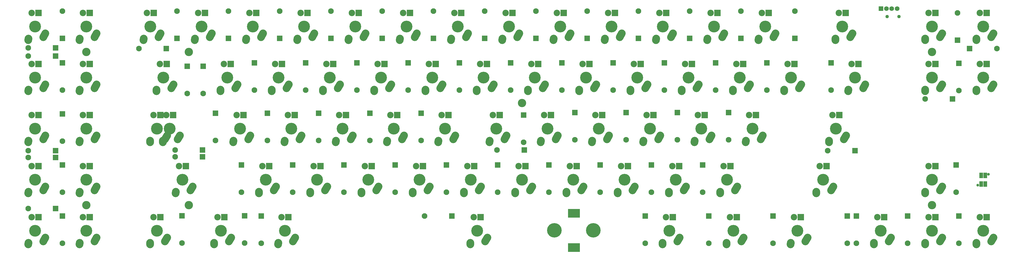
<source format=gts>
G04 #@! TF.FileFunction,Soldermask,Top*
%FSLAX46Y46*%
G04 Gerber Fmt 4.6, Leading zero omitted, Abs format (unit mm)*
G04 Created by KiCad (PCBNEW 4.0.3-stable) date Saturday, August 27, 2016 'PMt' 08:14:25 PM*
%MOMM*%
%LPD*%
G01*
G04 APERTURE LIST*
%ADD10C,0.150000*%
%ADD11C,3.100000*%
%ADD12C,2.099260*%
%ADD13R,2.099260X2.099260*%
%ADD14R,4.400000X3.200000*%
%ADD15C,5.400000*%
%ADD16C,4.387810*%
%ADD17C,2.900000*%
%ADD18R,2.400000X2.400000*%
%ADD19C,2.400000*%
%ADD20C,1.299160*%
%ADD21R,1.400000X2.000000*%
%ADD22C,1.009600*%
%ADD23R,1.750000X1.750000*%
%ADD24C,1.750000*%
G04 APERTURE END LIST*
D10*
D11*
X95250000Y-38100000D03*
X95250000Y-95250000D03*
D12*
X219712540Y-71755000D03*
D13*
X219712540Y-61595000D03*
D14*
X238379000Y-98248000D03*
X238379000Y-111048000D03*
D15*
X245618000Y-104648000D03*
X231140000Y-104648000D03*
D16*
X83343750Y-66675000D03*
D17*
X86343297Y-70674954D02*
X87154203Y-69215046D01*
X80804026Y-71754328D02*
X80843474Y-71175672D01*
D18*
X84613750Y-61595000D03*
D19*
X82073750Y-61595000D03*
D11*
X219075000Y-57150000D03*
X371475000Y-95250000D03*
X371475000Y-38100000D03*
X57150000Y-95250000D03*
D12*
X90805000Y-22860000D03*
D13*
X90805000Y-33020000D03*
D12*
X381508000Y-109474000D03*
D13*
X381508000Y-99314000D03*
D12*
X35559480Y-36578540D03*
D13*
X45719480Y-36578540D03*
D12*
X48260000Y-22860000D03*
D13*
X48260000Y-33020000D03*
D12*
X76707480Y-36832540D03*
D13*
X86867480Y-36832540D03*
D12*
X109982000Y-22860000D03*
D13*
X109982000Y-33020000D03*
D12*
X129032000Y-22860000D03*
D13*
X129032000Y-33020000D03*
D12*
X148082000Y-22860000D03*
D13*
X148082000Y-33020000D03*
D12*
X167132000Y-22860000D03*
D13*
X167132000Y-33020000D03*
D12*
X186182000Y-22860000D03*
D13*
X186182000Y-33020000D03*
D12*
X205232000Y-22860000D03*
D13*
X205232000Y-33020000D03*
D12*
X224282000Y-22860000D03*
D13*
X224282000Y-33020000D03*
D12*
X243332000Y-22860000D03*
D13*
X243332000Y-33020000D03*
D12*
X262382000Y-22860000D03*
D13*
X262382000Y-33020000D03*
D12*
X281432000Y-22860000D03*
D13*
X281432000Y-33020000D03*
D12*
X300482000Y-22860000D03*
D13*
X300482000Y-33020000D03*
D12*
X320500000Y-22860000D03*
D13*
X320500000Y-33020000D03*
D12*
X380994920Y-23495000D03*
D13*
X380994920Y-33655000D03*
D12*
X395605000Y-36830000D03*
D13*
X385445000Y-36830000D03*
D12*
X35559480Y-39626540D03*
D13*
X45719480Y-39626540D03*
D12*
X48262540Y-52324520D03*
D13*
X48262540Y-42164520D03*
D12*
X94615000Y-53594000D03*
D13*
X94615000Y-43434000D03*
D12*
X100586540Y-53594000D03*
D13*
X100586540Y-43434000D03*
D12*
X119636540Y-52324520D03*
D13*
X119636540Y-42164520D03*
D12*
X138686540Y-52324520D03*
D13*
X138686540Y-42164520D03*
D12*
X157736540Y-52324520D03*
D13*
X157736540Y-42164520D03*
D12*
X176786540Y-52324520D03*
D13*
X176786540Y-42164520D03*
D12*
X195836540Y-52324520D03*
D13*
X195836540Y-42164520D03*
D12*
X214886540Y-52324520D03*
D13*
X214886540Y-42164520D03*
D12*
X233936540Y-52324520D03*
D13*
X233936540Y-42164520D03*
D12*
X252986540Y-52324520D03*
D13*
X252986540Y-42164520D03*
D12*
X272036540Y-52324520D03*
D13*
X272036540Y-42164520D03*
D12*
X291086540Y-52324520D03*
D13*
X291086540Y-42164520D03*
D12*
X310136540Y-52324520D03*
D13*
X310136540Y-42164520D03*
D12*
X334012540Y-52324520D03*
D13*
X334012540Y-42164520D03*
D12*
X368935000Y-55626000D03*
D13*
X379095000Y-55626000D03*
D12*
X381508000Y-52415000D03*
D13*
X381508000Y-42255000D03*
D12*
X35559480Y-74932540D03*
D13*
X45719480Y-74932540D03*
D12*
X48262540Y-71374520D03*
D13*
X48262540Y-61214520D03*
D12*
X90170000Y-74676000D03*
D13*
X100330000Y-74676000D03*
D12*
X105158540Y-71120520D03*
D13*
X105158540Y-60960520D03*
D12*
X124462540Y-71120520D03*
D13*
X124462540Y-60960520D03*
D12*
X143512540Y-71120520D03*
D13*
X143512540Y-60960520D03*
D12*
X162562540Y-71120520D03*
D13*
X162562540Y-60960520D03*
D12*
X181612540Y-71120520D03*
D13*
X181612540Y-60960520D03*
D12*
X209804000Y-74676000D03*
D13*
X219964000Y-74676000D03*
D12*
X238762540Y-70866520D03*
D13*
X238762540Y-60706520D03*
D12*
X257812540Y-70866520D03*
D13*
X257812540Y-60706520D03*
D12*
X276862540Y-70866520D03*
D13*
X276862540Y-60706520D03*
D12*
X295912540Y-70866520D03*
D13*
X295912540Y-60706520D03*
D12*
X332740000Y-74930000D03*
D13*
X342900000Y-74930000D03*
D12*
X35559480Y-77472540D03*
D13*
X45719480Y-77472540D03*
D12*
X48262540Y-90424520D03*
D13*
X48262540Y-80264520D03*
D12*
X90170000Y-77216000D03*
D13*
X100330000Y-77216000D03*
D12*
X114810540Y-90424520D03*
D13*
X114810540Y-80264520D03*
D12*
X133860540Y-90424520D03*
D13*
X133860540Y-80264520D03*
D12*
X152910540Y-90424520D03*
D13*
X152910540Y-80264520D03*
D12*
X171960540Y-90424520D03*
D13*
X171960540Y-80264520D03*
D12*
X191010540Y-90424520D03*
D13*
X191010540Y-80264520D03*
D12*
X210060540Y-90424520D03*
D13*
X210060540Y-80264520D03*
D12*
X229110540Y-90424520D03*
D13*
X229110540Y-80264520D03*
D12*
X248160540Y-90424520D03*
D13*
X248160540Y-80264520D03*
D12*
X267210540Y-90424520D03*
D13*
X267210540Y-80264520D03*
D12*
X286260540Y-90424520D03*
D13*
X286260540Y-80264520D03*
D12*
X340000000Y-109474520D03*
D13*
X340000000Y-99314520D03*
D12*
X380494540Y-90424520D03*
D13*
X380494540Y-80264520D03*
D12*
X35559480Y-96522540D03*
D13*
X45719480Y-96522540D03*
D12*
X48262540Y-109474520D03*
D13*
X48262540Y-99314520D03*
D12*
X92712540Y-109347000D03*
D13*
X92712540Y-99187000D03*
D12*
X115951000Y-109347000D03*
D13*
X115951000Y-99187000D03*
D12*
X122176540Y-109474520D03*
D13*
X122176540Y-99314520D03*
D12*
X182880000Y-99314000D03*
D13*
X193040000Y-99314000D03*
D12*
X264924540Y-109474520D03*
D13*
X264924540Y-99314520D03*
D12*
X288546540Y-109474520D03*
D13*
X288546540Y-99314520D03*
D12*
X312422540Y-109474520D03*
D13*
X312422540Y-99314520D03*
D12*
X343410540Y-109474520D03*
D13*
X343410540Y-99314520D03*
D12*
X362460540Y-109474520D03*
D13*
X362460540Y-99314520D03*
D16*
X330993750Y-85725000D03*
D17*
X333993297Y-89724954D02*
X334804203Y-88265046D01*
X328454026Y-90804328D02*
X328493474Y-90225672D01*
D18*
X332263750Y-80645000D03*
D19*
X329723750Y-80645000D03*
D16*
X390525000Y-104775000D03*
D17*
X393524547Y-108774954D02*
X394335453Y-107315046D01*
X387985276Y-109854328D02*
X388024724Y-109275672D01*
D18*
X391795000Y-99695000D03*
D19*
X389255000Y-99695000D03*
D16*
X371475000Y-104775000D03*
D17*
X374474547Y-108774954D02*
X375285453Y-107315046D01*
X368935276Y-109854328D02*
X368974724Y-109275672D01*
D18*
X372745000Y-99695000D03*
D19*
X370205000Y-99695000D03*
D16*
X352425000Y-104775000D03*
D17*
X355424547Y-108774954D02*
X356235453Y-107315046D01*
X349885276Y-109854328D02*
X349924724Y-109275672D01*
D18*
X353695000Y-99695000D03*
D19*
X351155000Y-99695000D03*
D16*
X321468750Y-104775000D03*
D17*
X324468297Y-108774954D02*
X325279203Y-107315046D01*
X318929026Y-109854328D02*
X318968474Y-109275672D01*
D18*
X322738750Y-99695000D03*
D19*
X320198750Y-99695000D03*
D16*
X297656250Y-104775000D03*
D17*
X300655797Y-108774954D02*
X301466703Y-107315046D01*
X295116526Y-109854328D02*
X295155974Y-109275672D01*
D18*
X298926250Y-99695000D03*
D19*
X296386250Y-99695000D03*
D16*
X273843750Y-104775000D03*
D17*
X276843297Y-108774954D02*
X277654203Y-107315046D01*
X271304026Y-109854328D02*
X271343474Y-109275672D01*
D18*
X275113750Y-99695000D03*
D19*
X272573750Y-99695000D03*
D16*
X202406250Y-104775000D03*
D17*
X205405797Y-108774954D02*
X206216703Y-107315046D01*
X199866526Y-109854328D02*
X199905974Y-109275672D01*
D18*
X203676250Y-99695000D03*
D19*
X201136250Y-99695000D03*
D16*
X130968750Y-104775000D03*
D17*
X133968297Y-108774954D02*
X134779203Y-107315046D01*
X128429026Y-109854328D02*
X128468474Y-109275672D01*
D18*
X132238750Y-99695000D03*
D19*
X129698750Y-99695000D03*
D16*
X107156250Y-104775000D03*
D17*
X110155797Y-108774954D02*
X110966703Y-107315046D01*
X104616526Y-109854328D02*
X104655974Y-109275672D01*
D18*
X108426250Y-99695000D03*
D19*
X105886250Y-99695000D03*
D16*
X83343750Y-104775000D03*
D17*
X86343297Y-108774954D02*
X87154203Y-107315046D01*
X80804026Y-109854328D02*
X80843474Y-109275672D01*
D18*
X84613750Y-99695000D03*
D19*
X82073750Y-99695000D03*
D16*
X57150000Y-104775000D03*
D17*
X60149547Y-108774954D02*
X60960453Y-107315046D01*
X54610276Y-109854328D02*
X54649724Y-109275672D01*
D18*
X58420000Y-99695000D03*
D19*
X55880000Y-99695000D03*
D16*
X38100000Y-104775000D03*
D17*
X41099547Y-108774954D02*
X41910453Y-107315046D01*
X35560276Y-109854328D02*
X35599724Y-109275672D01*
D18*
X39370000Y-99695000D03*
D19*
X36830000Y-99695000D03*
D16*
X371475000Y-85725000D03*
D17*
X374474547Y-89724954D02*
X375285453Y-88265046D01*
X368935276Y-90804328D02*
X368974724Y-90225672D01*
D18*
X372745000Y-80645000D03*
D19*
X370205000Y-80645000D03*
D16*
X295275000Y-85725000D03*
D17*
X298274547Y-89724954D02*
X299085453Y-88265046D01*
X292735276Y-90804328D02*
X292774724Y-90225672D01*
D18*
X296545000Y-80645000D03*
D19*
X294005000Y-80645000D03*
D16*
X276225000Y-85725000D03*
D17*
X279224547Y-89724954D02*
X280035453Y-88265046D01*
X273685276Y-90804328D02*
X273724724Y-90225672D01*
D18*
X277495000Y-80645000D03*
D19*
X274955000Y-80645000D03*
D16*
X257175000Y-85725000D03*
D17*
X260174547Y-89724954D02*
X260985453Y-88265046D01*
X254635276Y-90804328D02*
X254674724Y-90225672D01*
D18*
X258445000Y-80645000D03*
D19*
X255905000Y-80645000D03*
D16*
X238125000Y-85725000D03*
D17*
X241124547Y-89724954D02*
X241935453Y-88265046D01*
X235585276Y-90804328D02*
X235624724Y-90225672D01*
D18*
X239395000Y-80645000D03*
D19*
X236855000Y-80645000D03*
D16*
X219075000Y-85725000D03*
D17*
X222074547Y-89724954D02*
X222885453Y-88265046D01*
X216535276Y-90804328D02*
X216574724Y-90225672D01*
D18*
X220345000Y-80645000D03*
D19*
X217805000Y-80645000D03*
D16*
X200025000Y-85725000D03*
D17*
X203024547Y-89724954D02*
X203835453Y-88265046D01*
X197485276Y-90804328D02*
X197524724Y-90225672D01*
D18*
X201295000Y-80645000D03*
D19*
X198755000Y-80645000D03*
D16*
X180975000Y-85725000D03*
D17*
X183974547Y-89724954D02*
X184785453Y-88265046D01*
X178435276Y-90804328D02*
X178474724Y-90225672D01*
D18*
X182245000Y-80645000D03*
D19*
X179705000Y-80645000D03*
D16*
X161925000Y-85725000D03*
D17*
X164924547Y-89724954D02*
X165735453Y-88265046D01*
X159385276Y-90804328D02*
X159424724Y-90225672D01*
D18*
X163195000Y-80645000D03*
D19*
X160655000Y-80645000D03*
D16*
X142875000Y-85725000D03*
D17*
X145874547Y-89724954D02*
X146685453Y-88265046D01*
X140335276Y-90804328D02*
X140374724Y-90225672D01*
D18*
X144145000Y-80645000D03*
D19*
X141605000Y-80645000D03*
D16*
X123825000Y-85725000D03*
D17*
X126824547Y-89724954D02*
X127635453Y-88265046D01*
X121285276Y-90804328D02*
X121324724Y-90225672D01*
D18*
X125095000Y-80645000D03*
D19*
X122555000Y-80645000D03*
D16*
X92868750Y-85725000D03*
D17*
X95868297Y-89724954D02*
X96679203Y-88265046D01*
X90329026Y-90804328D02*
X90368474Y-90225672D01*
D18*
X94138750Y-80645000D03*
D19*
X91598750Y-80645000D03*
D16*
X57150000Y-85725000D03*
D17*
X60149547Y-89724954D02*
X60960453Y-88265046D01*
X54610276Y-90804328D02*
X54649724Y-90225672D01*
D18*
X58420000Y-80645000D03*
D19*
X55880000Y-80645000D03*
D16*
X38100000Y-85725000D03*
D17*
X41099547Y-89724954D02*
X41910453Y-88265046D01*
X35560276Y-90804328D02*
X35599724Y-90225672D01*
D18*
X39370000Y-80645000D03*
D19*
X36830000Y-80645000D03*
D16*
X335756250Y-66675000D03*
D17*
X338755797Y-70674954D02*
X339566703Y-69215046D01*
X333216526Y-71754328D02*
X333255974Y-71175672D01*
D18*
X337026250Y-61595000D03*
D19*
X334486250Y-61595000D03*
D16*
X304800000Y-66675000D03*
D17*
X307799547Y-70674954D02*
X308610453Y-69215046D01*
X302260276Y-71754328D02*
X302299724Y-71175672D01*
D18*
X306070000Y-61595000D03*
D19*
X303530000Y-61595000D03*
D16*
X285750000Y-66675000D03*
D17*
X288749547Y-70674954D02*
X289560453Y-69215046D01*
X283210276Y-71754328D02*
X283249724Y-71175672D01*
D18*
X287020000Y-61595000D03*
D19*
X284480000Y-61595000D03*
D16*
X266700000Y-66675000D03*
D17*
X269699547Y-70674954D02*
X270510453Y-69215046D01*
X264160276Y-71754328D02*
X264199724Y-71175672D01*
D18*
X267970000Y-61595000D03*
D19*
X265430000Y-61595000D03*
D16*
X247650000Y-66675000D03*
D17*
X250649547Y-70674954D02*
X251460453Y-69215046D01*
X245110276Y-71754328D02*
X245149724Y-71175672D01*
D18*
X248920000Y-61595000D03*
D19*
X246380000Y-61595000D03*
D16*
X228600000Y-66675000D03*
D17*
X231599547Y-70674954D02*
X232410453Y-69215046D01*
X226060276Y-71754328D02*
X226099724Y-71175672D01*
D18*
X229870000Y-61595000D03*
D19*
X227330000Y-61595000D03*
D16*
X209550000Y-66675000D03*
D17*
X212549547Y-70674954D02*
X213360453Y-69215046D01*
X207010276Y-71754328D02*
X207049724Y-71175672D01*
D18*
X210820000Y-61595000D03*
D19*
X208280000Y-61595000D03*
D16*
X190500000Y-66675000D03*
D17*
X193499547Y-70674954D02*
X194310453Y-69215046D01*
X187960276Y-71754328D02*
X187999724Y-71175672D01*
D18*
X191770000Y-61595000D03*
D19*
X189230000Y-61595000D03*
D16*
X171450000Y-66675000D03*
D17*
X174449547Y-70674954D02*
X175260453Y-69215046D01*
X168910276Y-71754328D02*
X168949724Y-71175672D01*
D18*
X172720000Y-61595000D03*
D19*
X170180000Y-61595000D03*
D16*
X152400000Y-66675000D03*
D17*
X155399547Y-70674954D02*
X156210453Y-69215046D01*
X149860276Y-71754328D02*
X149899724Y-71175672D01*
D18*
X153670000Y-61595000D03*
D19*
X151130000Y-61595000D03*
D16*
X133350000Y-66675000D03*
D17*
X136349547Y-70674954D02*
X137160453Y-69215046D01*
X130810276Y-71754328D02*
X130849724Y-71175672D01*
D18*
X134620000Y-61595000D03*
D19*
X132080000Y-61595000D03*
D16*
X114300000Y-66675000D03*
D17*
X117299547Y-70674954D02*
X118110453Y-69215046D01*
X111760276Y-71754328D02*
X111799724Y-71175672D01*
D18*
X115570000Y-61595000D03*
D19*
X113030000Y-61595000D03*
D16*
X88106250Y-66675000D03*
D17*
X91105797Y-70674954D02*
X91916703Y-69215046D01*
X85566526Y-71754328D02*
X85605974Y-71175672D01*
D18*
X89376250Y-61595000D03*
D19*
X86836250Y-61595000D03*
D16*
X57150000Y-66675000D03*
D17*
X60149547Y-70674954D02*
X60960453Y-69215046D01*
X54610276Y-71754328D02*
X54649724Y-71175672D01*
D18*
X58420000Y-61595000D03*
D19*
X55880000Y-61595000D03*
D16*
X38100000Y-66675000D03*
D17*
X41099547Y-70674954D02*
X41910453Y-69215046D01*
X35560276Y-71754328D02*
X35599724Y-71175672D01*
D18*
X39370000Y-61595000D03*
D19*
X36830000Y-61595000D03*
D16*
X390525000Y-47625000D03*
D17*
X393524547Y-51624954D02*
X394335453Y-50165046D01*
X387985276Y-52704328D02*
X388024724Y-52125672D01*
D18*
X391795000Y-42545000D03*
D19*
X389255000Y-42545000D03*
D16*
X371475000Y-47625000D03*
D17*
X374474547Y-51624954D02*
X375285453Y-50165046D01*
X368935276Y-52704328D02*
X368974724Y-52125672D01*
D18*
X372745000Y-42545000D03*
D19*
X370205000Y-42545000D03*
D16*
X342900000Y-47625000D03*
D17*
X345899547Y-51624954D02*
X346710453Y-50165046D01*
X340360276Y-52704328D02*
X340399724Y-52125672D01*
D18*
X344170000Y-42545000D03*
D19*
X341630000Y-42545000D03*
D16*
X319087500Y-47625000D03*
D17*
X322087047Y-51624954D02*
X322897953Y-50165046D01*
X316547776Y-52704328D02*
X316587224Y-52125672D01*
D18*
X320357500Y-42545000D03*
D19*
X317817500Y-42545000D03*
D16*
X300037500Y-47625000D03*
D17*
X303037047Y-51624954D02*
X303847953Y-50165046D01*
X297497776Y-52704328D02*
X297537224Y-52125672D01*
D18*
X301307500Y-42545000D03*
D19*
X298767500Y-42545000D03*
D16*
X280987500Y-47625000D03*
D17*
X283987047Y-51624954D02*
X284797953Y-50165046D01*
X278447776Y-52704328D02*
X278487224Y-52125672D01*
D18*
X282257500Y-42545000D03*
D19*
X279717500Y-42545000D03*
D16*
X261937500Y-47625000D03*
D17*
X264937047Y-51624954D02*
X265747953Y-50165046D01*
X259397776Y-52704328D02*
X259437224Y-52125672D01*
D18*
X263207500Y-42545000D03*
D19*
X260667500Y-42545000D03*
D16*
X242887500Y-47625000D03*
D17*
X245887047Y-51624954D02*
X246697953Y-50165046D01*
X240347776Y-52704328D02*
X240387224Y-52125672D01*
D18*
X244157500Y-42545000D03*
D19*
X241617500Y-42545000D03*
D16*
X223837500Y-47625000D03*
D17*
X226837047Y-51624954D02*
X227647953Y-50165046D01*
X221297776Y-52704328D02*
X221337224Y-52125672D01*
D18*
X225107500Y-42545000D03*
D19*
X222567500Y-42545000D03*
D16*
X204787500Y-47625000D03*
D17*
X207787047Y-51624954D02*
X208597953Y-50165046D01*
X202247776Y-52704328D02*
X202287224Y-52125672D01*
D18*
X206057500Y-42545000D03*
D19*
X203517500Y-42545000D03*
D16*
X185737500Y-47625000D03*
D17*
X188737047Y-51624954D02*
X189547953Y-50165046D01*
X183197776Y-52704328D02*
X183237224Y-52125672D01*
D18*
X187007500Y-42545000D03*
D19*
X184467500Y-42545000D03*
D16*
X166687500Y-47625000D03*
D17*
X169687047Y-51624954D02*
X170497953Y-50165046D01*
X164147776Y-52704328D02*
X164187224Y-52125672D01*
D18*
X167957500Y-42545000D03*
D19*
X165417500Y-42545000D03*
D16*
X147637500Y-47625000D03*
D17*
X150637047Y-51624954D02*
X151447953Y-50165046D01*
X145097776Y-52704328D02*
X145137224Y-52125672D01*
D18*
X148907500Y-42545000D03*
D19*
X146367500Y-42545000D03*
D16*
X128587500Y-47625000D03*
D17*
X131587047Y-51624954D02*
X132397953Y-50165046D01*
X126047776Y-52704328D02*
X126087224Y-52125672D01*
D18*
X129857500Y-42545000D03*
D19*
X127317500Y-42545000D03*
D16*
X109537500Y-47625000D03*
D17*
X112537047Y-51624954D02*
X113347953Y-50165046D01*
X106997776Y-52704328D02*
X107037224Y-52125672D01*
D18*
X110807500Y-42545000D03*
D19*
X108267500Y-42545000D03*
D16*
X85725000Y-47625000D03*
D17*
X88724547Y-51624954D02*
X89535453Y-50165046D01*
X83185276Y-52704328D02*
X83224724Y-52125672D01*
D18*
X86995000Y-42545000D03*
D19*
X84455000Y-42545000D03*
D16*
X57150000Y-47625000D03*
D17*
X60149547Y-51624954D02*
X60960453Y-50165046D01*
X54610276Y-52704328D02*
X54649724Y-52125672D01*
D18*
X58420000Y-42545000D03*
D19*
X55880000Y-42545000D03*
D16*
X38100000Y-47625000D03*
D17*
X41099547Y-51624954D02*
X41910453Y-50165046D01*
X35560276Y-52704328D02*
X35599724Y-52125672D01*
D18*
X39370000Y-42545000D03*
D19*
X36830000Y-42545000D03*
D16*
X390525000Y-28575000D03*
D17*
X393524547Y-32574954D02*
X394335453Y-31115046D01*
X387985276Y-33654328D02*
X388024724Y-33075672D01*
D18*
X391795000Y-23495000D03*
D19*
X389255000Y-23495000D03*
D16*
X371475000Y-28575000D03*
D17*
X374474547Y-32574954D02*
X375285453Y-31115046D01*
X368935276Y-33654328D02*
X368974724Y-33075672D01*
D18*
X372745000Y-23495000D03*
D19*
X370205000Y-23495000D03*
D16*
X338137500Y-28575000D03*
D17*
X341137047Y-32574954D02*
X341947953Y-31115046D01*
X335597776Y-33654328D02*
X335637224Y-33075672D01*
D18*
X339407500Y-23495000D03*
D19*
X336867500Y-23495000D03*
D16*
X309562500Y-28575000D03*
D17*
X312562047Y-32574954D02*
X313372953Y-31115046D01*
X307022776Y-33654328D02*
X307062224Y-33075672D01*
D18*
X310832500Y-23495000D03*
D19*
X308292500Y-23495000D03*
D16*
X290512500Y-28575000D03*
D17*
X293512047Y-32574954D02*
X294322953Y-31115046D01*
X287972776Y-33654328D02*
X288012224Y-33075672D01*
D18*
X291782500Y-23495000D03*
D19*
X289242500Y-23495000D03*
D16*
X271462500Y-28575000D03*
D17*
X274462047Y-32574954D02*
X275272953Y-31115046D01*
X268922776Y-33654328D02*
X268962224Y-33075672D01*
D18*
X272732500Y-23495000D03*
D19*
X270192500Y-23495000D03*
D16*
X252412500Y-28575000D03*
D17*
X255412047Y-32574954D02*
X256222953Y-31115046D01*
X249872776Y-33654328D02*
X249912224Y-33075672D01*
D18*
X253682500Y-23495000D03*
D19*
X251142500Y-23495000D03*
D16*
X233362500Y-28575000D03*
D17*
X236362047Y-32574954D02*
X237172953Y-31115046D01*
X230822776Y-33654328D02*
X230862224Y-33075672D01*
D18*
X234632500Y-23495000D03*
D19*
X232092500Y-23495000D03*
D16*
X214312500Y-28575000D03*
D17*
X217312047Y-32574954D02*
X218122953Y-31115046D01*
X211772776Y-33654328D02*
X211812224Y-33075672D01*
D18*
X215582500Y-23495000D03*
D19*
X213042500Y-23495000D03*
D16*
X195262500Y-28575000D03*
D17*
X198262047Y-32574954D02*
X199072953Y-31115046D01*
X192722776Y-33654328D02*
X192762224Y-33075672D01*
D18*
X196532500Y-23495000D03*
D19*
X193992500Y-23495000D03*
D16*
X176212500Y-28575000D03*
D17*
X179212047Y-32574954D02*
X180022953Y-31115046D01*
X173672776Y-33654328D02*
X173712224Y-33075672D01*
D18*
X177482500Y-23495000D03*
D19*
X174942500Y-23495000D03*
D16*
X157162500Y-28575000D03*
D17*
X160162047Y-32574954D02*
X160972953Y-31115046D01*
X154622776Y-33654328D02*
X154662224Y-33075672D01*
D18*
X158432500Y-23495000D03*
D19*
X155892500Y-23495000D03*
D16*
X138112500Y-28575000D03*
D17*
X141112047Y-32574954D02*
X141922953Y-31115046D01*
X135572776Y-33654328D02*
X135612224Y-33075672D01*
D18*
X139382500Y-23495000D03*
D19*
X136842500Y-23495000D03*
D16*
X119062500Y-28575000D03*
D17*
X122062047Y-32574954D02*
X122872953Y-31115046D01*
X116522776Y-33654328D02*
X116562224Y-33075672D01*
D18*
X120332500Y-23495000D03*
D19*
X117792500Y-23495000D03*
D16*
X100012500Y-28575000D03*
D17*
X103012047Y-32574954D02*
X103822953Y-31115046D01*
X97472776Y-33654328D02*
X97512224Y-33075672D01*
D18*
X101282500Y-23495000D03*
D19*
X98742500Y-23495000D03*
D16*
X80962500Y-28575000D03*
D17*
X83962047Y-32574954D02*
X84772953Y-31115046D01*
X78422776Y-33654328D02*
X78462224Y-33075672D01*
D18*
X82232500Y-23495000D03*
D19*
X79692500Y-23495000D03*
D16*
X57150000Y-28575000D03*
D17*
X60149547Y-32574954D02*
X60960453Y-31115046D01*
X54610276Y-33654328D02*
X54649724Y-33075672D01*
D18*
X58420000Y-23495000D03*
D19*
X55880000Y-23495000D03*
D16*
X38100000Y-28575000D03*
D17*
X41099547Y-32574954D02*
X41910453Y-31115046D01*
X35560276Y-33654328D02*
X35599724Y-33075672D01*
D18*
X39370000Y-23495000D03*
D19*
X36830000Y-23495000D03*
D20*
X354800360Y-24850900D03*
X359199640Y-24850900D03*
D11*
X57150000Y-38100000D03*
D21*
X391275000Y-84125000D03*
X389775000Y-84125000D03*
X391275000Y-87325000D03*
X389775000Y-87325000D03*
D22*
X392525000Y-83725000D03*
X388525000Y-87725000D03*
D23*
X352549920Y-21851160D03*
D24*
X354549920Y-21851160D03*
X356549920Y-21851160D03*
X358549920Y-21851160D03*
M02*

</source>
